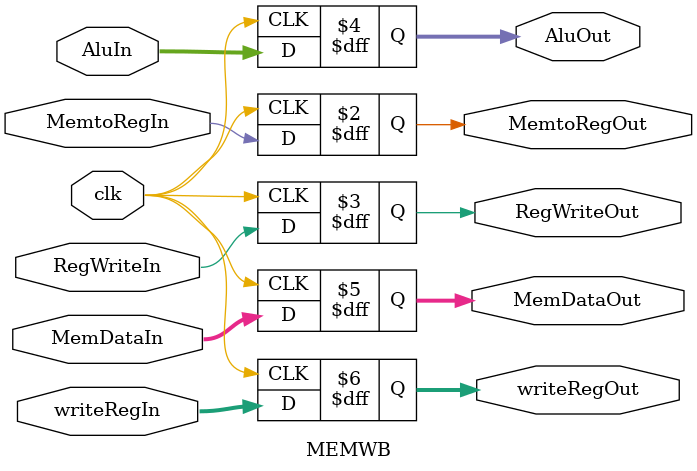
<source format=v>
module MEMWB(MemtoRegOut, RegWriteOut,
AluOut,
MemDataOut,
writeRegOut,

MemtoRegIn, RegWriteIn,
clk,
AluIn,
MemDataIn,
writeRegIn

);

output reg MemtoRegOut, RegWriteOut;
output reg [31:0] AluOut, MemDataOut;
output reg [4:0] writeRegOut;

input MemtoRegIn, RegWriteIn, clk;
input [31:0] AluIn, MemDataIn;
input [4:0] writeRegIn;

always @ (posedge clk)
begin
	
	MemtoRegOut <= MemtoRegIn;
	RegWriteOut <= RegWriteIn;
	AluOut <= AluIn;
	MemDataOut <= MemDataIn;
	writeRegOut <= writeRegIn;
	
end


endmodule
</source>
